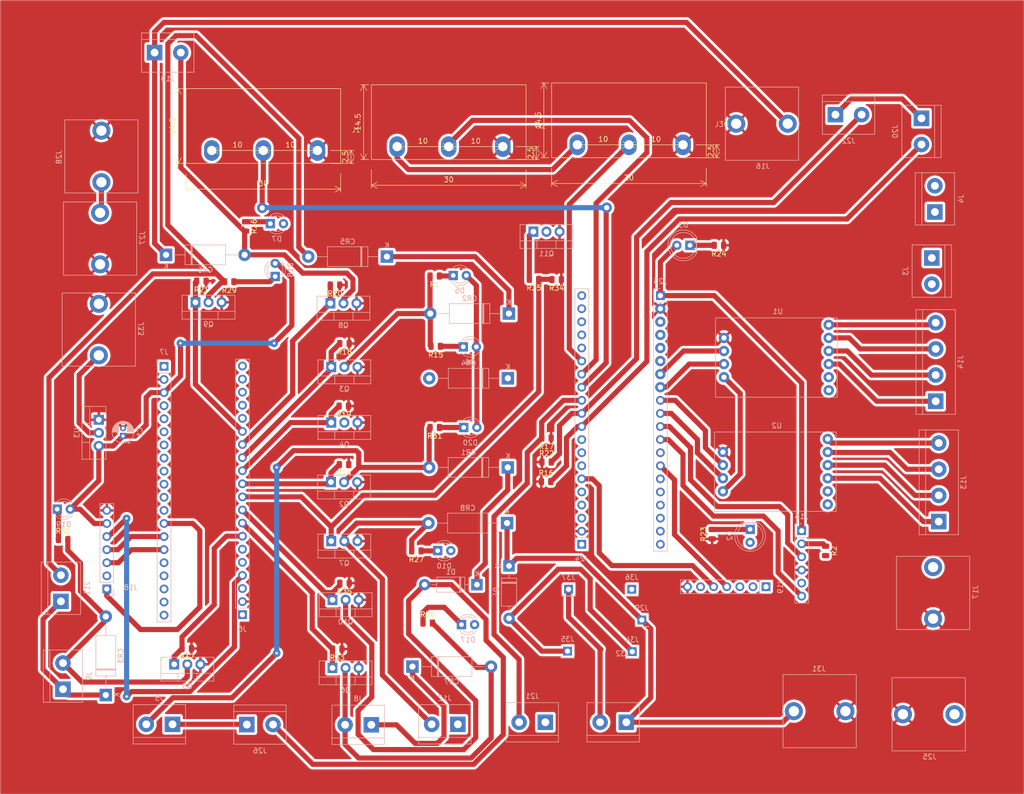
<source format=kicad_pcb>
(kicad_pcb (version 20241229) (generator "pcbnew") (generator_version "9.0")
  (layers (0 "F.Cu" signal) (2 "B.Cu" signal) (13 "F.Paste" user) (15 "B.Paste" user) (5 "F.SilkS" user "F.Silkscreen") (7 "B.SilkS" user "B.Silkscreen") (1 "F.Mask" user) (3 "B.Mask" user) (25 "Edge.Cuts" user))
  (net 0 "")
  (net 1 "GND")
  (net 2 "/VENT_PA1")
  (net 3 "/QUICK_DISCONNECT_PA4")
  (net 4 "+12V")
  (net 5 "/ARM")
  (net 8 "/IGNITE")
  (net 11 "+5V")
  (net 13 "+3V3")
  (net 14 "Net-(D2-K)")
  (net 18 "Net-(D3-K)")
  (net 24 "/SUPER_CHARGE")
  (net 27 "/PURGE_TANK")
  (net 28 "/QUICK_DISCONNECT")
  (net 29 "/PURGE_LINE")
  (net 30 "+12C")
  (net 31 "+12L")
  (net 32 "/FUEL_LINE")
  (net 33 "/INJECTION")
  (net 34 "/ARM_PA5")
  (net 35 "/PURGE_LINE_PA2")
  (net 36 "/SAVE_PB1")
  (net 37 "/VENT")
  (net 38 "/SUPER_CHARGE_PA3")
  (net 40 "/PURGE_TANK_PB0")
  (net 42 "/IGNITE_PA6")
  (net 43 "/INJECTION_PA7")
  (net 44 "/FUEL_LINE_A0")
  (net 45 "/AUX_PB10")
  (net 46 "/M1_PA12")
  (net 48 "/RX1_PA10")
  (net 50 "/TX1_PA9")
  (net 51 "/M0_PA11")
  (net 52 "Net-(J13-Pin_4)")
  (net 53 "Net-(J13-Pin_1)")
  (net 54 "Net-(J13-Pin_3)")
  (net 55 "Net-(J13-Pin_2)")
  (net 56 "Net-(J14-Pin_2)")
  (net 57 "Net-(J14-Pin_4)")
  (net 58 "Net-(J14-Pin_3)")
  (net 59 "Net-(J14-Pin_1)")
  (net 60 "Net-(D4-A)")
  (net 61 "Net-(D5-K)")
  (net 62 "Net-(D6-K)")
  (net 63 "Net-(D7-K)")
  (net 64 "Net-(D10-K)")
  (net 65 "Net-(D17-K)")
  (net 66 "/TX2_PA9")
  (net 67 "/M1_PB13")
  (net 68 "/M0_PB12")
  (net 69 "/RX2_PA10")
  (net 70 "/AUX_PB1")
  (net 71 "/THERMISTOR_CAMARA")
  (net 72 "+3.3V")
  (net 73 "/THERMISTOR_TANK")
  (net 74 "/THERMISTOR_LINE")
  (net 75 "Net-(D18-K)")
  (net 76 "/SCK1")
  (net 78 "Net-(D19-K)")
  (net 79 "/SCK2")
  (net 80 "/DT2")
  (net 81 "Net-(D20-K)")
  (net 83 "/DT1")
  (net 85 "/FLASH_MOSI")
  (net 86 "/FLASH_CS")
  (net 87 "/FLASH_SCK")
  (net 93 "/TRANSDUCER_LINE_PA2")
  (net 96 "/TRANSDUCER_TANK_PA1")
  (net 100 "/TRANSDUCER_CAMARA_PA0")
  (net 103 "/FLASH_MISO")
  (net 104 "Net-(J32-Pin_2)")
  (net 105 "Net-(J33-Pin_1)")
  (net 106 "Net-(U4-~{CS})")
  (net 112 "/RESET_PB3")
  (net 113 "Net-(Q11-G)")
  (footprint "Resistor_SMD:R_0805_2012Metric" (layer "F.Cu") (at 70.995 122.2)
    (property "Reference" "R30")
    (property "Value" "470")
  )
  (footprint "Resistor_SMD:R_0805_2012Metric" (layer "F.Cu") (at 94.9625 143.35 180)
    (property "Reference" "R32")
    (property "Value" "4K7")
  )
  (footprint "Resistor_SMD:R_0805_2012Metric" (layer "F.Cu") (at 97.8 72.05 180)
    (property "Reference" "R21")
    (property "Value" "4K7")
  )
  (footprint "Resistor_SMD:R_0805_2012Metric" (layer "F.Cu") (at 218.85 124.4 -90)
    (property "Reference" "R2")
    (property "Value" "10k")
  )
  (footprint "Resistor_SMD:R_0805_2012Metric" (layer "F.Cu") (at 143.25 84.7 180)
    (property "Reference" "R15")
    (property "Value" "470")
  )
  (footprint "Resistor_SMD:R_0805_2012Metric" (layer "F.Cu") (at 143.05 71.05 180)
    (property "Reference" "R1")
    (property "Value" "470")
  )
  (footprint "Resistor_SMD:R_0805_2012Metric" (layer "F.Cu") (at 162.3125 71.7 180)
    (property "Reference" "R25")
    (property "Value" "2k")
  )
  (footprint "Resistor_SMD:R_0805_2012Metric" (layer "F.Cu") (at 143.0625 100.45 180)
    (property "Reference" "R31")
    (property "Value" "470")
  )
  (footprint "Resistor_SMD:R_0805_2012Metric" (layer "F.Cu") (at 164.7125 102.5 180)
    (property "Reference" "R17")
    (property "Value" "270k")
  )
  (footprint "Resistor_SMD:R_0805_2012Metric" (layer "F.Cu") (at 125.4625 107.65 180)
    (property "Reference" "R14")
    (property "Value" "4K7")
  )
  (footprint "Resistor_SMD:R_0805_2012Metric" (layer "F.Cu") (at 164.75 107.15)
    (property "Reference" "R22")
    (property "Value" "390k")
  )
  (footprint "Resistor_SMD:R_0805_2012Metric" (layer "F.Cu") (at 139.5 124.4 180)
    (property "Reference" "R27")
    (property "Value" "470")
  )
  (footprint "Resistor_SMD:R_0805_2012Metric" (layer "F.Cu") (at 125.5625 130.65 180)
    (property "Reference" "R35")
    (property "Value" "4K7")
  )
  (footprint "Resistor_SMD:R_0805_2012Metric" (layer "F.Cu") (at 196.85 121.15 90)
    (property "Reference" "R23")
    (property "Value" "470")
  )
  (footprint "Resistor_SMD:R_0805_2012Metric" (layer "F.Cu") (at 106.3625 61.4375 -90)
    (property "Reference" "R26")
    (property "Value" "470")
  )
  (footprint "Resistor_SMD:R_0805_2012Metric" (layer "F.Cu") (at 124.15 143.45 180)
    (property "Reference" "R33")
    (property "Value" "4K7")
  )
  (footprint "Resistor_SMD:R_0805_2012Metric" (layer "F.Cu") (at 103.2 72.175 180)
    (property "Reference" "R29")
    (property "Value" "470")
  )
  (footprint "Resistor_SMD:R_0805_2012Metric" (layer "F.Cu") (at 166.7 71.75 180)
    (property "Reference" "R34")
    (property "Value" "4K7")
  )
  (footprint "Resistor_SMD:R_0805_2012Metric" (layer "F.Cu") (at 141.7 138.4)
    (property "Reference" "R28")
    (property "Value" "470")
  )
  (footprint "Resistor_SMD:R_0805_2012Metric" (layer "F.Cu") (at 125.4225 96.3 180)
    (property "Reference" "R19")
    (property "Value" "4K7")
  )
  (footprint "Resistor_SMD:R_0805_2012Metric" (layer "F.Cu") (at 198.1625 65.1 180)
    (property "Reference" "R24")
    (property "Value" "470")
  )
  (footprint "Library:KT100-3PIN" (layer "F.Cu") (at 176.7125 48.1)
    (property "Reference" "J30")
    (property "Value" "Screw_Terminal_01x03")
  )
  (footprint "Library:KT100-3PIN" (layer "F.Cu") (at 141.7625 48.45)
    (property "Reference" "J2")
    (property "Value" "Screw_Terminal_01x03")
  )
  (footprint "Library:KT100-3PIN" (layer "F.Cu") (at 105.8125 49.2)
    (property "Reference" "J1")
    (property "Value" "Screw_Terminal_01x03")
  )
  (footprint "Resistor_SMD:R_0805_2012Metric" (layer "F.Cu") (at 125.55 84.15 180)
    (property "Reference" "R18")
    (property "Value" "4K7")
  )
  (footprint "Resistor_SMD:R_0805_2012Metric" (layer "F.Cu") (at 123.7125 72.8 180)
    (property "Reference" "R20")
    (property "Value" "4K7")
  )
  (footprint "Resistor_SMD:R_0805_2012Metric" (layer "F.Cu") (at 164.65 110.95)
    (property "Reference" "R16")
    (property "Value" "5.6k")
  )
  (footprint "Package_TO_SOT_THT:TO-220-3_Vertical" (layer "B.Cu") (at 122.8125 76.35)
    (property "Reference" "Q8")
    (property "Value" "IRLZ34N")
  )
  (footprint "Diode_THT:D_DO-15_P15.24mm_Horizontal" (layer "B.Cu") (at 157.2125 108.2 180)
    (property "Reference" "CR1")
    (property "Value" "UF4007-E3/73")
  )
  (footprint "Diode_THT:D_DO-15_P15.24mm_Horizontal" (layer "B.Cu") (at 157.2325 90.9 180)
    (property "Reference" "CR4")
    (property "Value" "UF4007-E3/73")
  )
  (footprint "Diode_THT:D_DO-15_P15.24mm_Horizontal" (layer "B.Cu") (at 138.73 146.85)
    (property "Reference" "CR7")
    (property "Value" "UF4007-E3/73")
  )
  (footprint "Library:Screw Terminal 3D" (layer "B.Cu") (at 78.4125 42.85 -90)
    (property "Reference" "J28")
    (property "Value" "Screw_Terminal_01x02")
  )
  (footprint "Connector_PinSocket_2.54mm:PinSocket_1x07_P2.54mm_Vertical" (layer "B.Cu") (at 207.3025 131.35 90)
    (property "Reference" "J19")
    (property "Value" "LORA")
  )
  (footprint "TerminalBlock:TerminalBlock_bornier-2_P5.08mm" (layer "B.Cu") (at 70.5625 134.19 90)
    (property "Reference" "J11")
    (property "Value" "Screw_Terminal_01x02")
  )
  (footprint "Library:Screw Terminal 3D" (layer "B.Cu") (at 77.9125 86.45 90)
    (property "Reference" "J33")
    (property "Value" "Bateria Lipo")
  )
  (footprint "LED_THT:LED_D5.0mm" (layer "B.Cu") (at 204.2125 120.21 -90)
    (property "Reference" "D2")
    (property "Value" "LED")
  )
  (footprint "Package_TO_SOT_THT:TO-220-3_Vertical" (layer "B.Cu") (at 122.9825 122.5)
    (property "Reference" "Q7")
    (property "Value" "IRLZ34N")
  )
  (footprint "TerminalBlock:TerminalBlock_bornier-2_P5.08mm" (layer "B.Cu") (at 70.9625 151.24 90)
    (property "Reference" "J9")
    (property "Value" "Screw_Terminal_01x02")
  )
  (footprint "Diode_THT:D_DO-15_P15.24mm_Horizontal" (layer "B.Cu") (at 157.4325 78.35 180)
    (property "Reference" "CR2")
    (property "Value" "UF4007-E3/73")
  )
  (footprint "Diode_THT:D_DO-15_P15.24mm_Horizontal" (layer "B.Cu") (at 90.9425 66.95)
    (property "Reference" "CR6")
    (property "Value" "UF4007-E3/73")
  )
  (footprint "Package_TO_SOT_THT:TO-220-3_Vertical" (layer "B.Cu") (at 77.9125 98.95 -90)
    (property "Reference" "U3")
    (property "Value" "LM7905_TO220")
  )
  (footprint "Package_TO_SOT_THT:TO-220-3_Vertical" (layer "B.Cu") (at 122.9825 99.5)
    (property "Reference" "Q4")
    (property "Value" "IRLZ34N")
  )
  (footprint "TerminalBlock:TerminalBlock_bornier-2_P5.08mm" (layer "B.Cu") (at 239.45 67.56 -90)
    (property "Reference" "J3")
    (property "Value" "Screw_Terminal_01x02")
  )
  (footprint "Diode_THT:D_DO-15_P15.24mm_Horizontal" (layer "B.Cu") (at 79.2625 152.37 90)
    (property "Reference" "CR3")
    (property "Value" "UF4007-E3/73")
  )
  (footprint "Connector_PinSocket_2.54mm:PinSocket_1x20_P2.54mm_Vertical" (layer "B.Cu") (at 105.7625 136.78)
    (property "Reference" "J6")
    (property "Value" "Conn_01x20_Pin")
  )
  (footprint "Library:Screw Terminal 3D" (layer "B.Cu") (at 239.7 137.55 90)
    (property "Reference" "J17")
    (property "Value" "Bateria Lítio 2")
  )
  (footprint "LED_THT:LED_D3.0mm" (layer "B.Cu") (at 143.63 124.35)
    (property "Reference" "D10")
    (property "Value" "LED")
  )
  (footprint "TerminalBlock:TerminalBlock_bornier-2_P5.08mm" (layer "B.Cu") (at 180.2025 157.65 180)
    (property "Reference" "J32")
    (property "Value" "Buzzer")
  )
  (footprint "Library:Screw Terminal 3D" (layer "B.Cu") (at 222.7 155.5 180)
    (property "Reference" "J31")
    (property "Value" "Bateria Lítio 3")
  )
  (footprint "Package_TO_SOT_THT:TO-220-3_Vertical" (layer "B.Cu") (at 122.9825 88.7)
    (property "Reference" "Q3")
    (property "Value" "IRLZ34N")
  )
  (footprint "Library:Screw Terminal 3D" (layer "B.Cu") (at 233.85 156.1)
    (property "Reference" "J25")
    (property "Value" "Screw_Terminal_01x02")
  )
  (footprint "LED_THT:LED_D3.0mm" (layer "B.Cu") (at 148.6925 100.45)
    (property "Reference" "D20")
    (property "Value" "LED")
  )
  (footprint "Library:Screw Terminal 3D" (layer "B.Cu") (at 78.1625 68.8 90)
    (property "Reference" "J27")
    (property "Value" "Screw_Terminal_01x02")
  )
  (footprint "Diode_THT:D_DO-41_SOD81_P10.16mm_Horizontal" (layer "B.Cu") (at 157.4625 127.32 -90)
    (property "Reference" "D4")
    (property "Value" "1N4007")
  )
  (footprint "TerminalBlock:TerminalBlock_bornier-2_P5.08mm" (layer "B.Cu") (at 240.05 58.63 90)
    (property "Reference" "J4")
    (property "Value" "Screw_Terminal_01x02")
  )
  (footprint "Capacitor_THT:CP_Radial_D4.0mm_P1.50mm" (layer "B.Cu") (at 82.6125 102.1 90)
    (property "Reference" "C1")
    (property "Value" "1uF")
  )
  (footprint "TerminalBlock:TerminalBlock_bornier-4_P5.08mm" (layer "B.Cu") (at 240.8 118.71 90)
    (property "Reference" "J13")
    (property "Value" "Conn_01x04")
  )
  (footprint "LED_THT:LED_D3.0mm" (layer "B.Cu") (at 148.5925 84.8)
    (property "Reference" "D6")
    (property "Value" "LED")
  )
  (footprint "TerminalBlock:TerminalBlock_bornier-2_P5.08mm" (layer "B.Cu") (at 88.7325 27.7)
    (property "Reference" "J10")
    (property "Value" "Screw_Terminal_01x02")
  )
  (footprint "Library:hx711" (layer "B.Cu") (at 219.4625 80.53 180)
    (property "Reference" "U1")
    (property "Value" "~")
  )
  (footprint "TerminalBlock:TerminalBlock_bornier-2_P5.08mm" (layer "B.Cu") (at 220.76 39.75)
    (property "Reference" "J22")
    (property "Value" "Screw_Terminal_01x02")
  )
  (footprint "Connector_PinSocket_2.54mm:PinSocket_1x20_P2.54mm_Vertical" (layer "B.Cu") (at 171.5625 123.12)
    (property "Reference" "J24")
    (property "Value" "Conn_01x20_Pin")
  )
  (footprint "TerminalBlock:TerminalBlock_bornier-2_P5.08mm" (layer "B.Cu") (at 106.62 158.1)
    (property "Reference" "J26")
    (property "Value" "Screw_Terminal_01x02")
  )
  (footprint "Connector_PinHeader_2.54mm:PinHeader_1x01_P2.54mm_Vertical" (layer "B.Cu") (at 183.2125 137.8 180)
    (property "Reference" "J29")
    (property "Value" "A1")
  )
  (footprint "TerminalBlock:TerminalBlock_bornier-2_P5.08mm" (layer "B.Cu") (at 237.45 40.46 -90)
    (property "Reference" "J20")
    (property "Value" "Screw_Terminal_01x02")
  )
  (footprint "LED_THT:LED_D3.0mm" (layer "B.Cu") (at 146.6425 70.95)
    (property "Reference" "D5")
    (property "Value" "LED")
  )
  (footprint "Connector_PinHeader_2.54mm:PinHeader_1x01_P2.54mm_Vertical" (layer "B.Cu") (at 168.8125 143.85 180)
    (property "Reference" "J35")
    (property "Value" "11")
  )
  (footprint "Diode_THT:D_DO-15_P15.24mm_Horizontal" (layer "B.Cu") (at 133.7825 67.3 180)
    (property "Reference" "CR5")
    (property "Value" "UF4007-E3/73")
  )
  (footprint "Package_TO_SOT_THT:TO-220-3_Vertical" (layer "B.Cu") (at 92.5325 146.4)
    (property "Reference" "Q5")
    (property "Value" "IRLZ34N")
  )
  (footprint "LED_THT:LED_D3.0mm" (layer "B.Cu") (at 111.18 60.9)
    (property "Reference" "D7")
    (property "Value" "LED")
  )
  (footprint "TerminalBlock:TerminalBlock_bornier-2_P5.08mm" (layer "B.Cu") (at 164.5025 157.65 180)
    (property "Reference" "J21")
    (property "Value" "Screw_Terminal_01x02")
  )
  (footprint "Package_TO_SOT_THT:TO-220-3_Vertical" (layer "B.Cu") (at 122.9325 111.05)
    (property "Reference" "Q2")
    (property "Value" "IRLZ34N")
  )
  (footprint "Connector_PinHeader_2.54mm:PinHeader_1x01_P2.54mm_Vertical" (layer "B.Cu") (at 169.0125 131.85 180)
    (property "Reference" "J37")
    (property "Value" "14")
  )
  (footprint "LED_THT:LED_D3.0mm" (layer "B.Cu") (at 69.8425 116.3)
    (property "Reference" "D19")
    (property "Value" "LED")
  )
  (footprint "Diode_THT:D_DO-15_P15.24mm_Horizontal" (layer "B.Cu") (at 157.0825 119 180)
    (property "Reference" "CR8")
    (property "Value" "UF4007-E3/73")
  )
  (footprint "Connector_PinHeader_2.54mm:PinHeader_1x01_P2.54mm_Vertical" (layer "B.Cu") (at 181.3625 143.95 180)
    (property "Reference" "J34")
    (property "Value" "A2")
  )
  (footprint "Package_TO_SOT_THT:TO-220-3_Vertical" (layer "B.Cu") (at 123.2225 147.105)
    (property "Reference" "Q6")
    (property "Value" "IRLZ34N")
  )
  (footprint "Library:Screw Terminal 3D" (layer "B.Cu") (at 201.5125 41.5)
    (property "Reference" "J16")
    (property "Value" "Bateria Lítio 1")
  )
  (footprint "TerminalBlock:TerminalBlock_bornier-2_P5.08mm" (layer "B.Cu") (at 130.7525 158.15 180)
    (property "Reference" "J8")
    (property "Value" "Screw_Terminal_01x02")
  )
  (footprint "Connector_PinSocket_2.54mm:PinSocket_1x20_P2.54mm_Vertical" (layer "B.Cu") (at 90.5625 88.6 180)
    (property "Reference" "J7")
    (property "Value" "Conn_01x20_Pin")
  )
  (footprint "Connector_PinHeader_2.54mm:PinHeader_1x01_P2.54mm_Vertical" (layer "B.Cu") (at 181.2625 131.85 180)
    (property "Reference" "J36")
    (property "Value" "12")
  )
  (footprint "Library:hx711" (layer "B.Cu") (at 219.2625 102.68 180)
    (property "Reference" "U2")
    (property "Value" "~")
  )
  (footprint "LED_THT:LED_D3.0mm" (layer "B.Cu") (at 148.2425 138.7)
    (property "Reference" "D17")
    (property "Value" "LED")
  )
  (footprint "Diode_THT:D_DO-41_SOD81_P10.16mm_Horizontal" (layer "B.Cu") (at 151.2425 130.95 180)
    (property "Reference" "D1")
    (property "Value" "1N4007")
  )
  (footprint "TerminalBlock:TerminalBlock_bornier-2_P5.08mm" (layer "B.Cu") (at 147.54 158.05 180)
    (property "Reference" "J12")
    (property "Value" "Screw_Terminal_01x02")
  )
  (footprint "TerminalBlock:TerminalBlock_bornier-2_P5.08mm" (layer "B.Cu") (at 92.2025 158.05 180)
    (property "Reference" "J5")
    (property "Value" "Screw_Terminal_01x02")
  )
  (footprint "Connector_PinSocket_2.54mm:PinSocket_1x20_P2.54mm_Vertical" (layer "B.Cu") (at 186.8125 74.86 180)
    (property "Reference" "J23")
    (property "Value" "Conn_01x20_Pin")
  )
  (footprint "Package_TO_SOT_THT:TO-220-3_Vertical" (layer "B.Cu") (at 123.2325 133.9)
    (property "Reference" "Q10")
    (property "Value" "IRLZ34N")
  )
  (footprint "Package_TO_SOT_THT:TO-220-3_Vertical" (layer "B.Cu") (at 96.6475 76.155)
    (property "Reference" "Q9")
    (property "Value" "IRLZ34N")
  )
  (footprint "Connector_PinSocket_2.54mm:PinSocket_1x07_P2.54mm_Vertical" (layer "B.Cu") (at 79.4625 131.78)
    (property "Reference" "J18")
    (property "Value" "LORA")
  )
  (footprint "TerminalBlock:TerminalBlock_bornier-4_P5.08mm" (layer "B.Cu") (at 240.2 95.36 90)
    (property "Reference" "J14")
    (property "Value" "Conn_01x04")
  )
  (footprint "LED_THT:LED_D5.0mm" (layer "B.Cu") (at 192.55 65.1 180)
    (property "Reference" "D3")
    (property "Value" "LED")
  )
  (footprint "Connector_PinSocket_2.54mm:PinSocket_1x06_P2.54mm_Vertical" (layer "B.Cu") (at 214.2125 120.48 180)
    (property "Reference" "J15")
    (property "Value" "Flash Module Conn")
  )
  (footprint "Package_TO_SOT_THT:TO-220-3_Vertical" (layer "B.Cu") (at 162.1825 62.45)
    (property "Reference" "Q11")
    (property "Value" "IRLZ34N")
  )
  (footprint "LED_THT:LED_D3.0mm" (layer "B.Cu") (at 112.1125 71.14 90)
    (property "Reference" "D18")
    (property "Value" "LED")
  )
  (segment (start 122.8 72.8) (end 122.8 74.075) (width 1) (layer "F.Cu") (net 2))
  (segment (start 122.8125 76.35) (end 122.8125 74.0875) (width 1) (layer "F.Cu") (net 2))
  (segment (start 115.5 94.0225) (end 115.5 83.6625) (width 1) (layer "F.Cu") (net 2))
  (segment (start 122.8 74.075) (end 122.8125 74.0875) (width 1) (layer "F.Cu") (net 2))
  (segment (start 105.7625 103.76) (end 115.5 94.0225) (width 1) (layer "F.Cu") (net 2))
  (segment (start 115.5 83.6625) (end 122.8125 76.35) (width 1) (layer "F.Cu") (net 2))
  (segment (start 105.7625 111.38) (end 122.6025 111.38) (width 1) (layer "F.Cu") (net 3))
  (segment (start 122.9325 111.05) (end 122.9325 109.2675) (width 1) (layer "F.Cu") (net 3))
  (segment (start 122.9325 109.2675) (end 124.55 107.65) (width 1) (layer "F.Cu") (net 3))
  (segment (start 122.6025 111.38) (end 122.9325 111.05) (width 1) (layer "F.Cu") (net 3))
  (segment (start 135.7625 48.2125) (end 135.7625 45.95) (width 1) (layer "F.Cu") (net 4))
  (segment (start 184.95 139.5375) (end 184.95 152.9025) (width 1) (layer "F.Cu") (net 4))
  (segment (start 158.9325 125.85) (end 171.2625 125.85) (width 1) (layer "F.Cu") (net 4))
  (segment (start 170.7125 45.6) (end 165.9125 50.4) (width 1) (layer "F.Cu") (net 4))
  (segment (start 210.55 157.65) (end 212.7 155.5) (width 1) (layer "F.Cu") (net 4))
  (segment (start 157.0825 126.94) (end 157.4625 127.32) (width 1) (layer "F.Cu") (net 4))
  (segment (start 184.95 152.9025) (end 180.2025 157.65) (width 1) (layer "F.Cu") (net 4))
  (segment (start 180.2025 157.65) (end 210.55 157.65) (width 1) (layer "F.Cu") (net 4))
  (segment (start 78.4125 58.55) (end 78.1625 58.8) (width 1) (layer "F.Cu") (net 4))
  (segment (start 165.9125 50.4) (end 137.95 50.4) (width 1) (layer "F.Cu") (net 4))
  (segment (start 183.2125 137.8) (end 184.95 139.5375) (width 1) (layer "F.Cu") (net 4))
  (segment (start 157.4625 127.32) (end 158.9325 125.85) (width 1) (layer "F.Cu") (net 4))
  (segment (start 137.95 50.4) (end 135.7625 48.2125) (width 1) (layer "F.Cu") (net 4))
  (segment (start 78.4125 52.85) (end 78.4125 58.55) (width 1) (layer "F.Cu") (net 4))
  (segment (start 157.0825 119) (end 157.0825 126.94) (width 1) (layer "F.Cu") (net 4))
  (segment (start 171.2625 125.85) (end 183.2125 137.8) (width 1) (layer "F.Cu") (net 4))
  (segment (start 142.46 158.05) (end 132.9 148.49) (width 1) (layer "F.Cu") (net 5))
  (segment (start 138.5875 122.255) (end 141.8425 119) (width 1) (layer "F.Cu") (net 5))
  (segment (start 138.5875 124.4) (end 138.5875 122.255) (width 1) (layer "F.Cu") (net 5))
  (segment (start 127.95 119) (end 125.5225 121.4275) (width 1) (layer "F.Cu") (net 5))
  (segment (start 132.9 148.49) (end 132.9 129.8775) (width 1) (layer "F.Cu") (net 5))
  (segment (start 141.8425 119) (end 127.95 119) (width 1) (layer "F.Cu") (net 5))
  (segment (start 132.9 129.8775) (end 125.5225 122.5) (width 1) (layer "F.Cu") (net 5))
  (segment (start 125.5225 121.4275) (end 125.5225 122.5) (width 1) (layer "F.Cu") (net 5))
  (segment (start 125.7725 137.4225) (end 130.85 142.5) (width 1) (layer "F.Cu") (net 8))
  (segment (start 125.7725 133.9) (end 125.7725 137.4225) (width 1) (layer "F.Cu") (net 8))
  (segment (start 130.85 142.5) (end 130.85 152.75) (width 1) (layer "F.Cu") (net 8))
  (segment (start 128.2 155.4) (end 128.2 159.9995) (width 1) (layer "F.Cu") (net 8))
  (segment (start 146.25 130.95) (end 141.0825 130.95) (width 1) (layer "F.Cu") (net 8))
  (segment (start 138 140.5) (end 138 134.0325) (width 1) (layer "F.Cu") (net 8))
  (segment (start 128.2 159.9995) (end 131.151499 162.950999) (width 1) (layer "F.Cu") (net 8))
  (segment (start 153 137.7) (end 146.25 130.95) (width 1) (layer "F.Cu") (net 8))
  (segment (start 156.35 145.07908) (end 153 141.72908) (width 1) (layer "F.Cu") (net 8))
  (segment (start 151 153.5) (end 138 140.5) (width 1) (layer "F.Cu") (net 8))
  (segment (start 130.85 152.75) (end 128.2 155.4) (width 1) (layer "F.Cu") (net 8))
  (segment (start 153 141.72908) (end 153 137.7) (width 1) (layer "F.Cu") (net 8))
  (segment (start 111.7 158.1) (end 119.400999 165.800999) (width 1) (layer "F.Cu") (net 8))
  (segment (start 150.597471 165.800999) (end 156.35 160.04847) (width 1) (layer "F.Cu") (net 8))
  (segment (start 119.400999 165.800999) (end 150.597471 165.800999) (width 1) (layer "F.Cu") (net 8))
  (segment (start 156.35 160.04847) (end 156.35 145.07908) (width 1) (layer "F.Cu") (net 8))
  (segment (start 148.699001 162.950999) (end 151 160.65) (width 1) (layer "F.Cu") (net 8))
  (segment (start 131.151499 162.950999) (end 148.699001 162.950999) (width 1) (layer "F.Cu") (net 8))
  (segment (start 138 134.0325) (end 141.0825 130.95) (width 1) (layer "F.Cu") (net 8))
  (segment (start 151 160.65) (end 151 153.5) (width 1) (layer "F.Cu") (net 8))
  (segment (start 80.6825 104.03) (end 82.6125 102.1) (width 1) (layer "F.Cu") (net 11))
  (segment (start 93.75 90.4925) (end 93.75 84.1) (width 1) (layer "F.Cu") (net 11))
  (segment (start 111.9 84.1) (end 115.35 80.65) (width 1) (layer "F.Cu") (net 11))
  (segment (start 151.2325 100.45) (end 151.2325 84.9) (width 1) (layer "F.Cu") (net 11))
  (segment (start 74.25 116.3) (end 77.03 119.08) (width 1) (layer "F.Cu") (net 11))
  (segment (start 87.1 94.6) (end 88.02 93.68) (width 1) (layer "F.Cu") (net 11))
  (segment (start 77.03 119.08) (end 79.4625 119.08) (width 1) (layer "F.Cu") (net 11))
  (segment (start 115.35 71.45) (end 112.5 68.6) (width 1) (layer "F.Cu") (net 11))
  (segment (start 82.6125 102.1) (end 84.95 102.1) (width 1) (layer "F.Cu") (net 11))
  (segment (start 88.02 93.68) (end 90.5625 93.68) (width 1) (layer "F.Cu") (net 11))
  (segment (start 87.1 99.95) (end 87.1 94.6) (width 1) (layer "F.Cu") (net 11))
  (segment (start 77.9125 110.77) (end 72.3825 116.3) (width 1) (layer "F.Cu") (net 11))
  (segment (start 151.2325 84.9) (end 151.1325 84.8) (width 1) (layer "F.Cu") (net 11))
  (segment (start 90.5625 93.68) (end 93.75 90.4925) (width 1) (layer "F.Cu") (net 11))
  (segment (start 72.3825 116.3) (end 74.25 116.3) (width 1) (layer "F.Cu") (net 11))
  (segment (start 112.5 68.6) (end 112.1125 68.6) (width 1) (layer "F.Cu") (net 11))
  (segment (start 77.9125 104.03) (end 77.9125 110.77) (width 1) (layer "F.Cu") (net 11))
  (segment (start 151.1325 72.9) (end 151.1325 84.8) (width 1) (layer "F.Cu") (net 11))
  (segment (start 84.95 102.1) (end 87.1 99.95) (width 1) (layer "F.Cu") (net 11))
  (segment (start 77.9125 104.03) (end 80.6825 104.03) (width 1) (layer "F.Cu") (net 11))
  (segment (start 115.35 80.65) (end 115.35 71.45) (width 1) (layer "F.Cu") (net 11))
  (segment (start 149.1825 70.95) (end 151.1325 72.9) (width 1) (layer "F.Cu") (net 11))
  (via (at 111.9 84.1) (size 1.5) (drill 0.5) (layers "F.Cu" "B.Cu") (net 11))
  (via (at 93.75 84.1) (size 1.5) (drill 0.5) (layers "F.Cu" "B.Cu") (net 11))
  (segment (start 93.75 84.1) (end 111.9 84.1) (width 1) (layer "B.Cu") (net 11))
  (segment (start 187.0025 74.67) (end 186.8125 74.86) (width 1) (layer "F.Cu") (net 13))
  (segment (start 197.26 74.86) (end 186.8125 74.86) (width 1) (layer "F.Cu") (net 13))
  (segment (start 186.8125 74.86) (end 186.8125 68.2975) (width 1) (layer "F.Cu") (net 13))
  (segment (start 186.8125 68.2975) (end 190.01 65.1) (width 1) (layer "F.Cu") (net 13))
  (segment (start 214.2125 120.48) (end 214.2125 91.8125) (width 1) (layer "F.Cu") (net 13))
  (segment (start 214.2125 91.8125) (end 197.26 74.86) (width 1) (layer "F.Cu") (net 13))
  (segment (start 204.185 120.2375) (end 204.2125 120.21) (width 1) (layer "F.Cu") (net 14))
  (segment (start 196.85 120.2375) (end 204.185 120.2375) (width 1) (layer "F.Cu") (net 14))
  (segment (start 197.25 65.1) (end 192.55 65.1) (width 1) (layer "F.Cu") (net 18))
  (segment (start 71.9075 124.3075) (end 71.9075 122.2) (width 1) (layer "F.Cu") (net 27))
  (segment (start 95.0725 148.8275) (end 94.05 149.85) (width 1) (layer "F.Cu") (net 27))
  (segment (start 74.6525 149.85) (end 70.9625 146.16) (width 1) (layer "F.Cu") (net 27))
  (segment (start 94.05 149.85) (end 74.6525 149.85) (width 1) (layer "F.Cu") (net 27))
  (segment (start 95.0725 146.4) (end 95.0725 148.8275) (width 1) (layer "F.Cu") (net 27))
  (segment (start 79.2625 137.13) (end 74.35 132.2175) (width 1) (layer "F.Cu") (net 27))
  (segment (start 74.35 132.2175) (end 74.35 126.75) (width 1) (layer "F.Cu") (net 27))
  (segment (start 74.35 126.75) (end 71.9075 124.3075) (width 1) (layer "F.Cu") (net 27))
  (segment (start 70.9625 146.16) (end 79.2625 137.86) (width 1) (layer "F.Cu") (net 27))
  (segment (start 79.2625 137.86) (end 79.2625 137.13) (width 1) (layer "F.Cu") (net 27))
  (segment (start 125.4725 111.05) (end 128.3225 108.2) (width 1) (layer "F.Cu") (net 28))
  (segment (start 115.65 104.95) (end 127.85 104.95) (width 1) (layer "F.Cu") (net 28))
  (segment (start 103.75 152.9) (end 112.4 144.25) (width 1) (layer "F.Cu") (net 28))
  (segment (start 87.1225 158.05) (end 92.2725 152.9) (width 1) (layer "F.Cu") (net 28))
  (segment (start 128.3225 105.4225) (end 128.3225 108.2) (width 1) (layer "F.Cu") (net 28))
  (segment (start 128.3225 108.2) (end 141.9725 108.2) (width 1) (layer "F.Cu") (net 28))
  (segment (start 127.85 104.95) (end 128.3225 105.4225) (width 1) (layer "F.Cu") (net 28))
  (segment (start 141.9725 108.2) (end 141.9725 100.6275) (width 1) (layer "F.Cu") (net 28))
  (segment (start 92.2725 152.9) (end 103.75 152.9) (width 1) (layer "F.Cu") (net 28))
  (segment (start 141.9725 100.6275) (end 142.15 100.45) (width 1) (layer "F.Cu") (net 28))
  (segment (start 112.4 108.2) (end 115.65 104.95) (width 1) (layer "F.Cu") (net 28))
  (via (at 112.4 144.25) (size 1.5) (drill 0.5) (layers "F.Cu" "B.Cu") (net 28))
  (via (at 112.4 108.2) (size 1.5) (drill 0.5) (layers "F.Cu" "B.Cu") (net 28))
  (segment (start 112.4 108.2) (end 112.45 108.15) (width 1) (layer "B.Cu") (net 28))
  (segment (start 112.4 144.25) (end 112.4 108.2) (width 1) (layer "B.Cu") (net 28))
  (segment (start 125.5225 88.7) (end 135.8725 78.35) (width 1) (layer "F.Cu") (net 29))
  (segment (start 142.1925 84.555) (end 142.3375 84.7) (width 1) (layer "F.Cu") (net 29))
  (segment (start 142.1375 78.295) (end 142.1925 78.35) (width 1) (layer "F.Cu") (net 29))
  (segment (start 142.1925 78.35) (end 142.1925 84.555) (width 1) (layer "F.Cu") (net 29))
  (segment (start 142.1375 71.05) (end 142.1375 78.295) (width 1) (layer "F.Cu") (net 29))
  (segment (start 135.8725 78.35) (end 142.1925 78.35) (width 1) (layer "F.Cu") (net 29))
  (segment (start 88.7325 64.74) (end 90.9425 66.95) (width 1) (layer "F.Cu") (net 30))
  (segment (start 88.7325 23.6675) (end 88.7325 27.7) (width 1) (layer "F.Cu") (net 30))
  (segment (start 152.85 126.85) (end 151.2425 128.4575) (width 1) (layer "F.Cu") (net 30))
  (segment (start 88.7325 27.7) (end 88.7325 64.74) (width 1) (layer "F.Cu") (net 30))
  (segment (start 211.5125 41.5) (end 191.8625 21.85) (width 1) (layer "F.Cu") (net 30))
  (segment (start 151.2425 128.4575) (end 151.2425 130.95) (width 1) (layer "F.Cu") (net 30))
  (segment (start 157.2125 112.5875) (end 152.85 116.95) (width 1) (layer "F.Cu") (net 30))
  (segment (start 152.85 116.95) (end 152.85 126.85) (width 1) (layer "F.Cu") (net 30))
  (segment (start 106.57 158.05) (end 106.62 158.1) (width 1) (layer "F.Cu") (net 30))
  (segment (start 90.55 21.85) (end 88.7325 23.6675) (width 1) (layer "F.Cu") (net 30))
  (segment (start 157.2125 108.2) (end 157.2125 112.5875) (width 1) (layer "F.Cu") (net 30))
  (segment (start 191.8625 21.85) (end 90.55 21.85) (width 1) (layer "F.Cu") (net 30))
  (segment (start 92.2025 158.05) (end 106.57 158.05) (width 1) (layer "F.Cu") (net 30))
  (segment (start 139.25 161.75) (end 143.55 161.75) (width 1) (layer "F.Cu") (net 31))
  (segment (start 135.65 158.15) (end 139.25 161.75) (width 1) (layer "F.Cu") (net 31))
  (segment (start 70.5625 134.19) (end 67.1 137.6525) (width 1) (layer "F.Cu") (net 31))
  (segment (start 133.7825 67.3) (end 150.85 67.3) (width 1) (layer "F.Cu") (net 31))
  (segment (start 150.85 67.3) (end 157.4325 73.8825) (width 1) (layer "F.Cu") (net 31))
  (segment (start 138.73 148.43) (end 138.73 146.85) (width 1) (layer "F.Cu") (net 31))
  (segment (start 72.0925 152.37) (end 70.9625 151.24) (width 1) (layer "F.Cu") (net 31))
  (segment (start 130.7525 158.15) (end 135.65 158.15) (width 1) (layer "F.Cu") (net 31))
  (segment (start 79.2625 152.37) (end 72.0925 152.37) (width 1) (layer "F.Cu") (net 31))
  (segment (start 144.85 154.55) (end 138.73 148.43) (width 1) (layer "F.Cu") (net 31))
  (segment (start 143.55 161.75) (end 144.85 160.45) (width 1) (layer "F.Cu") (net 31))
  (segment (start 157.4325 73.8825) (end 157.4325 78.35) (width 1) (layer "F.Cu") (net 31))
  (segment (start 67.1 147.3775) (end 70.9625 151.24) (width 1) (layer "F.Cu") (net 31))
  (segment (start 67.1 137.6525) (end 67.1 147.3775) (width 1) (layer "F.Cu") (net 31))
  (segment (start 144.85 160.45) (end 144.85 154.55) (width 1) (layer "F.Cu") (net 31))
  (segment (start 91.3 26) (end 91.3 61.1875) (width 1) (layer "F.Cu") (net 32))
  (segment (start 92.9 24.4) (end 91.3 26) (width 1) (layer "F.Cu") (net 32))
  (segment (start 116.7 65.4575) (end 116.7 44.35) (width 1) (layer "F.Cu") (net 32))
  (segment (start 91.3 61.1875) (end 102.2875 72.175) (width 1) (layer "F.Cu") (net 32))
  (segment (start 118.5425 67.3) (end 116.7 65.4575) (width 1) (layer "F.Cu") (net 32))
  (segment (start 70.5625 129.11) (end 68.2415 126.789) (width 1) (layer "F.Cu") (net 32))
  (segment (start 68.2415 126.789) (end 68.2415 90.8085) (width 1) (layer "F.Cu") (net 32))
  (segment (start 99.1875 74.8125) (end 99.1875 76.155) (width 1) (layer "F.Cu") (net 32))
  (segment (start 68.2415 90.8085) (end 88.401 70.649) (width 1) (layer "F.Cu") (net 32))
  (segment (start 88.401 70.649) (end 100.7615 70.649) (width 1) (layer "F.Cu") (net 32))
  (segment (start 116.7 44.35) (end 96.75 24.4) (width 1) (layer "F.Cu") (net 32))
  (segment (start 101.825 72.175) (end 99.1875 74.8125) (width 1) (layer "F.Cu") (net 32))
  (segment (start 102.2875 72.175) (end 101.825 72.175) (width 1) (layer "F.Cu") (net 32))
  (segment (start 100.7615 70.649) (end 102.2875 72.175) (width 1) (layer "F.Cu") (net 32))
  (segment (start 96.75 24.4) (end 92.9 24.4) (width 1) (layer "F.Cu") (net 32))
  (segment (start 128.3 164.6) (end 150.1 164.6) (width 1) (layer "F.Cu") (net 33))
  (segment (start 125.6725 147.195) (end 125.7625 147.105) (width 1) (layer "F.Cu") (net 33))
  (segment (start 125.6725 158.15) (end 125.6725 147.195) (width 1) (layer "F.Cu") (net 33))
  (segment (start 150.1 164.6) (end 154 160.7) (width 1) (layer "F.Cu") (net 33))
  (segment (start 154 160.7) (end 154 147) (width 1) (layer "F.Cu") (net 33))
  (segment (start 154 147) (end 151.2125 147) (width 1) (layer "F.Cu") (net 33))
  (segment (start 125.6725 161.9725) (end 128.3 164.6) (width 1) (layer "F.Cu") (net 33))
  (segment (start 125.6725 158.15) (end 125.6725 161.9725) (width 1) (layer "F.Cu") (net 33))
  (segment (start 151.2125 147) (end 142.6125 138.4) (width 1) (layer "F.Cu") (net 33))
  (segment (start 165.7375 71.7) (end 165.7875 71.75) (width 1) (layer "F.Cu") (net 34))
  (segment (start 117.13 113.92) (end 117.15 113.9) (width 1) (layer "F.Cu") (net 34))
  (segment (start 117.15 113.9) (end 122.9825 119.7325) (width 1) (layer "F.Cu") (net 34))
  (segment (start 105.7625 113.92) (end 117.13 113.92) (width 1) (layer "F.Cu") (net 34))
  (segment (start 122.9825 119.7325) (end 122.9825 122.5) (width 1) (layer "F.Cu") (net 34))
  (segment (start 163.225 71.7) (end 165.7375 71.7) (width 1) (layer "F.Cu") (net 34))
  (segment (start 163.225 71.7) (end 163.225 93.525) (width 1) (layer "F.Cu") (net 34))
  (segment (start 129.115 113.6) (end 122.9825 119.7325) (width 1) (layer "F.Cu") (net 34))
  (segment (start 163.225 93.525) (end 143.15 113.6) (width 1) (layer "F.Cu") (net 34))
  (segment (start 143.15 113.6) (end 129.115 113.6) (width 1) (layer "F.Cu") (net 34))
  (segment (start 122.9825 88.7) (end 122.9825 85.805) (width 1) (layer "F.Cu") (net 35))
  (segment (start 122.9825 89.08) (end 122.9825 88.7) (width 1) (layer "F.Cu") (net 35))
  (segment (start 105.7625 106.3) (end 122.9825 89.08) (width 1) (layer "F.Cu") (net 35))
  (segment (start 122.9825 85.805) (end 124.6375 84.15) (width 1) (layer "F.Cu") (net 35))
  (segment (start 126 70.5) (end 117.45 70.5) (width 1) (layer "F.Cu") (net 37))
  (segment (start 117.45 70.5) (end 113.9 66.95) (width 1) (layer "F.Cu") (net 37))
  (segment (start 106.123156 62.35) (end 93.8125 50.039344) (width 1) (layer "F.Cu") (net 37))
  (segment (start 125.3525 75.5475) (end 127.2 73.7) (width 1) (layer "F.Cu") (net 37))
  (segment (start 127.2 73.7) (end 127.2 71.7) (width 1) (layer "F.Cu") (net 37))
  (segment (start 113.9 66.95) (end 106.1825 66.95) (width 1) (layer "F.Cu") (net 37))
  (segment (start 127.2 71.7) (end 126 70.5) (width 1) (layer "F.Cu") (net 37))
  (segment (start 106.1825 62.53) (end 106.3625 62.35) (width 1) (layer "F.Cu") (net 37))
  (segment (start 125.3525 76.35) (end 125.3525 75.5475) (width 1) (layer "F.Cu") (net 37))
  (segment (start 106.1825 66.95) (end 106.1825 62.53) (width 1) (layer "F.Cu") (net 37))
  (segment (start 106.3625 62.35) (end 106.123156 62.35) (width 1) (layer "F.Cu") (net 37))
  (segment (start 93.8125 50.039344) (end 93.8125 27.7) (width 1) (layer "F.Cu") (net 37))
  (segment (start 105.7625 108.84) (end 115.1025 99.5) (width 1) (layer "F.Cu") (net 38))
  (segment (start 122.9825 99.5) (end 122.9825 97.8275) (width 1) (layer "F.Cu") (net 38))
  (segment (start 122.9825 97.8275) (end 124.51 96.3) (width 1) (layer "F.Cu") (net 38))
  (segment (start 115.1025 99.5) (end 122.9825 99.5) (width 1) (layer "F.Cu") (net 38))
  (segment (start 92.5325 146.4) (end 92.5325 144.8675) (width 1) (layer "F.Cu") (net 40))
  (segment (start 102.66 121.54) (end 105.7625 121.54) (width 1) (layer "F.Cu") (net 40))
  (segment (start 92.5325 144.8675) (end 94.05 143.35) (width 1) (layer "F.Cu") (net 40))
  (segment (start 100.3 134.85) (end 100.3 123.9) (width 1) (layer "F.Cu") (net 40))
  (segment (start 100.3 123.9) (end 102.66 121.54) (width 1) (layer "F.Cu") (net 40))
  (segment (start 94.05 141.1) (end 100.3 134.85) (width 1) (layer "F.Cu") (net 40))
  (segment (start 94.05 143.35) (end 94.05 141.1) (width 1) (layer "F.Cu") (net 40))
  (segment (start 123.25 132.4825) (end 123.25 133.8825) (width 1) (layer "F.Cu") (net 42))
  (segment (start 105.7625 116.46) (end 121.72625 132.42375) (width 1) (layer "F.Cu") (net 42))
  (segment (start 123.25 132.4825) (end 121.785 132.4825) (width 1) (layer "F.Cu") (net 42))
  (segment (start 123.25 133.8825) (end 123.2325 133.9) (width 1) (layer "F.Cu") (net 42))
  (segment (start 124.65 130.65) (end 124.65 131.0825) (width 1) (layer "F.Cu") (net 42))
  (segment (start 121.72625 132.42375) (end 123.2025 133.9) (width 1) (layer "F.Cu") (net 42))
  (segment (start 123.2025 133.9) (end 123.2325 133.9) (width 1) (layer "F.Cu") (net 42))
  (segment (start 121.785 132.4825) (end 121.72625 132.42375) (width 1) (layer "F.Cu") (net 42))
  (segment (start 124.65 131.0825) (end 123.25 132.4825) (width 1) (layer "F.Cu") (net 42))
  (segment (start 123.2225 143.465) (end 123.2375 143.45) (width 1) (layer "F.Cu") (net 43))
  (segment (start 123.2225 147.105) (end 123.2225 143.465) (width 1) (layer "F.Cu") (net 43))
  (segment (start 123.2375 143.45) (end 119.3 139.5125) (width 1) (layer "F.Cu") (net 43))
  (segment (start 119.3 139.5125) (end 119.3 132.5375) (width 1) (layer "F.Cu") (net 43))
  (segment (start 119.3 132.5375) (end 105.7625 119) (width 1) (layer "F.Cu") (net 43))
  (segment (start 96.6475 76.155) (end 96.6475 92.105) (width 1) (layer "F.Cu") (net 44))
  (segment (start 96.6475 72.29) (end 96.8875 72.05) (width 1) (layer "F.Cu") (net 44))
  (segment (start 96.6475 76.155) (end 96.6475 72.29) (width 1) (layer "F.Cu") (net 44))
  (segment (start 96.6475 92.105) (end 105.7625 101.22) (width 1) (layer "F.Cu") (net 44))
  (segment (start 95.551 151.699) (end 84.251 151.699) (width 1) (layer "F.Cu") (net 45))
  (segment (start 84.251 151.699) (end 83.3 152.65) (width 1) (layer "F.Cu") (net 45))
  (segment (start 104.2115 130.711) (end 104.2115 143.0385) (width 1) (layer "F.Cu") (net 45))
  (segment (start 105.7625 129.16) (end 104.2115 130.711) (width 1) (layer "F.Cu") (net 45))
  (segment (start 79.78 121.62) (end 83.3 118.1) (width 1) (layer "F.Cu") (net 45))
  (segment (start 104.2115 143.0385) (end 95.551 151.699) (width 1) (layer "F.Cu") (net 45))
  (segment (start 79.4625 121.62) (end 79.78 121.62) (width 1) (layer "F.Cu") (net 45))
  (via (at 83.3 152.65) (size 1.5) (drill 0.5) (layers "F.Cu" "B.Cu") (net 45))
  (via (at 83.3 118.1) (size 1.5) (drill 0.5) (layers "F.Cu" "B.Cu") (net 45))
  (segment (start 83.3 152.65) (end 83.3 118.1) (width 1) (layer "B.Cu") (net 45))
  (segment (start 81.59 124.16) (end 84.13 121.62) (width 1) (layer "F.Cu") (net 48))
  (segment (start 84.13 121.62) (end 90.5625 121.62) (width 1) (layer "F.Cu") (net 48))
  (segment (start 79.4625 124.16) (end 81.59 124.16) (width 1) (layer "F.Cu") (net 48))
  (segment (start 81.7 126.7) (end 84.24 124.16) (width 1) (layer "F.Cu") (net 50))
  (segment (start 84.24 124.16) (end 90.5625 124.16) (width 1) (layer "F.Cu") (net 50))
  (segment (start 79.4625 126.7) (end 81.7 126.7) (width 1) (layer "F.Cu") (net 50))
  (segment (start 97.5 120.45) (end 96.13 119.08) (width 1) (layer "F.Cu") (net 51))
  (segment (start 93.15 139.65) (end 97.5 135.3) (width 1) (layer "F.Cu") (net 51))
  (segment (start 79.4625 131.78) (end 79.4625 133.1125) (width 1) (layer "F.Cu") (net 51))
  (segment (start 79.4625 133.1125) (end 86 139.65) (width 1) (layer "F.Cu") (net 51))
  (segment (start 86 139.65) (end 93.15 139.65) (width 1) (layer "F.Cu") (net 51))
  (segment (start 97.5 135.3) (end 97.5 120.45) (width 1) (layer "F.Cu") (net 51))
  (segment (start 96.13 119.08) (end 90.5625 119.08) (width 1) (layer "F.Cu") (net 51))
  (segment (start 240.8 103.47) (end 220.0525 103.47) (width 1) (layer "F.Cu") (net 52))
  (segment (start 220.0525 103.47) (end 219.2625 102.68) (width 1) (layer "F.Cu") (net 52))
  (segment (start 229.4 110.3) (end 237.81 118.71) (width 1) (layer "F.Cu") (net 53))
  (segment (start 219.2625 110.3) (end 229.4 110.3) (width 1) (layer "F.Cu") (net 53))
  (segment (start 237.81 118.71) (end 240.8 118.71) (width 1) (layer "F.Cu") (net 53))
  (segment (start 234.6 108.55) (end 240.8 108.55) (width 1) (layer "F.Cu") (net 54))
  (segment (start 219.2625 105.22) (end 219.3425 105.3) (width 1) (layer "F.Cu") (net 54))
  (segment (start 219.3425 105.3) (end 231.35 105.3) (width 1) (layer "F.Cu") (net 54))
  (segment (start 231.35 105.3) (end 234.6 108.55) (width 1) (layer "F.Cu") (net 54))
  (segment (start 230.31 107.76) (end 236.18 113.63) (width 1) (layer "F.Cu") (net 55))
  (segment (start 236.18 113.63) (end 240.8 113.63) (width 1) (layer "F.Cu") (net 55))
  (segment (start 219.2625 107.76) (end 230.31 107.76) (width 1) (layer "F.Cu") (net 55))
  (segment (start 219.4625 85.61) (end 223.06 85.61) (width 1) (layer "F.Cu") (net 56))
  (segment (start 227.73 90.28) (end 240.2 90.28) (width 1) (layer "F.Cu") (net 56))
  (segment (start 223.06 85.61) (end 227.73 90.28) (width 1) (layer "F.Cu") (net 56))
  (segment (start 219.4625 80.53) (end 239.79 80.53) (width 1) (layer "F.Cu") (net 57))
  (segment (start 239.79 80.53) (end 240.2 80.12) (width 1) (layer "F.Cu") (net 57))
  (segment (start 225.55 85.2) (end 240.2 85.2) (width 1) (layer "F.Cu") (net 58))
  (segment (start 219.4625 83.07) (end 223.42 83.07) (width 1) (layer "F.Cu") (net 58))
  (segment (start 223.42 83.07) (end 225.55 85.2) (width 1) (layer "F.Cu") (net 58))
  (segment (start 228.76 95.36) (end 240.2 95.36) (width 1) (layer "F.Cu") (net 59))
  (segment (start 219.4625 88.15) (end 221.55 88.15) (width 1) (layer "F.Cu") (net 59))
  (segment (start 221.55 88.15) (end 228.76 95.36) (width 1) (layer "F.Cu") (net 59))
  (segment (start 163.8325 143.85) (end 168.8125 143.85) (width 1) (layer "F.Cu") (net 60))
  (segment (start 173.2 129.8) (end 171.35 127.95) (width 1) (layer "F.Cu") (net 60))
  (segment (start 171.35 127.95) (end 166.9925 127.95) (width 1) (layer "F.Cu") (net 60))
  (segment (start 166.9925 127.95) (end 157.4625 137.48) (width 1) (layer "F.Cu") (net 60))
  (segment (start 173.2 135.7875) (end 173.2 129.8) (width 1) (layer "F.Cu") (net 60))
  (segment (start 157.4625 137.48) (end 163.8325 143.85) (width 1) (layer "F.Cu") (net 60))
  (segment (start 181.3625 143.95) (end 173.2 135.7875) (width 1) (layer "F.Cu") (net 60))
  (segment (start 143.9625 71.05) (end 146.5425 71.05) (width 1) (layer "F.Cu") (net 61))
  (segment (start 146.5425 71.05) (end 146.6425 70.95) (width 1) (layer "F.Cu") (net 61))
  (segment (start 144.1625 84.7) (end 148.4925 84.7) (width 1) (layer "F.Cu") (net 62))
  (segment (start 148.4925 84.7) (end 148.5925 84.8) (width 1) (layer "F.Cu") (net 62))
  (segment (start 110.805 60.525) (end 111.18 60.9) (width 1) (layer "F.Cu") (net 63))
  (segment (start 106.3625 60.525) (end 110.805 60.525) (width 1) (layer "F.Cu") (net 63))
  (segment (start 143.58 124.4) (end 143.63 124.35) (width 1) (layer "F.Cu") (net 64))
  (segment (start 140.4125 124.4) (end 143.58 124.4) (width 1) (layer "F.Cu") (net 64))
  (segment (start 144.9 135.35) (end 148.2425 138.6925) (width 1) (layer "F.Cu") (net 65))
  (segment (start 140.7875 136.3125) (end 141.75 135.35) (width 1) (layer "F.Cu") (net 65))
  (segment (start 148.2425 138.6925) (end 148.2425 138.7) (width 1) (layer "F.Cu") (net 65))
  (segment (start 141.75 135.35) (end 144.9 135.35) (width 1) (layer "F.Cu") (net 65))
  (segment (start 140.7875 138.4) (end 140.7875 136.3125) (width 1) (layer "F.Cu") (net 65))
  (segment (start 189.55 110.6175) (end 189.55 121.2175) (width 1) (layer "F.Cu") (net 69))
  (segment (start 186.8125 107.88) (end 189.55 110.6175) (width 1) (layer "F.Cu") (net 69))
  (segment (start 189.55 121.2175) (end 199.6825 131.35) (width 1) (layer "F.Cu") (net 69))
  (segment (start 171.5625 110.42) (end 173.62 110.42) (width 1) (layer "F.Cu") (net 70))
  (segment (start 193.0425 127.25) (end 197.1425 131.35) (width 1) (layer "F.Cu") (net 70))
  (segment (start 174.95 124.8) (end 177.4 127.25) (width 1) (layer "F.Cu") (net 70))
  (segment (start 173.62 110.42) (end 174.95 111.75) (width 1) (layer "F.Cu") (net 70))
  (segment (start 177.4 127.25) (end 193.0425 127.25) (width 1) (layer "F.Cu") (net 70))
  (segment (start 174.95 111.75) (end 174.95 124.8) (width 1) (layer "F.Cu") (net 70))
  (segment (start 165.5625 110.95) (end 168.6 107.9125) (width 1) (layer "F.Cu") (net 71))
  (segment (start 190.5 60) (end 184.2 66.3) (width 1) (layer "F.Cu") (net 71))
  (segment (start 170.79 100.26) (end 171.5625 100.26) (width 1) (layer "F.Cu") (net 71))
  (segment (start 168.6 107.9125) (end 168.6 102.45) (width 1) (layer "F.Cu") (net 71))
  (segment (start 222.99 60) (end 190.5 60) (width 1) (layer "F.Cu") (net 71))
  (segment (start 184.2 66.3) (end 184.2 87.6225) (width 1) (layer "F.Cu") (net 71))
  (segment (start 168.6 102.45) (end 170.79 100.26) (width 1) (layer "F.Cu") (net 71))
  (segment (start 184.2 87.6225) (end 171.5625 100.26) (width 1) (layer "F.Cu") (net 71))
  (segment (start 237.45 45.54) (end 222.99 60) (width 1) (layer "F.Cu") (net 71))
  (segment (start 223.81 36.7) (end 233.69 36.7) (width 1) (layer "F.Cu") (net 72))
  (segment (start 202.3 93.85) (end 201.6025 93.1525) (width 1) (layer "F.Cu") (net 72))
  (segment (start 220.76 39.75) (end 223.81 36.7) (width 1) (layer "F.Cu") (net 72))
  (segment (start 198.9425 112.84) (end 202.3 109.4825) (width 1) (layer "F.Cu") (net 72))
  (segment (start 201.6025 93.15) (end 199.1425 90.69) (width 1) (layer "F.Cu") (net 72))
  (segment (start 201.6025 93.1525) (end 201.6025 93.15) (width 1) (layer "F.Cu") (net 72))
  (segment (start 202.3 109.4825) (end 202.3 93.85) (width 1) (layer "F.Cu") (net 72))
  (segment (start 233.69 36.7) (end 237.45 40.46) (width 1) (layer "F.Cu") (net 72))
  (segment (start 159.4225 157.65) (end 159.4225 145.4725) (width 1) (layer "F.Cu") (net 73))
  (segment (start 168.02 95.18) (end 171.5625 95.18) (width 1) (layer "F.Cu") (net 73))
  (segment (start 154.55 140.6) (end 154.55 117.7305) (width 1) (layer "F.Cu") (net 73))
  (segment (start 154.55 117.7305) (end 161 111.2805) (width 1) (layer "F.Cu") (net 73))
  (segment (start 161 111.2805) (end 161 105.3) (width 1) (layer "F.Cu") (net 73))
  (segment (start 163.8 99.4) (end 168.02 95.18) (width 1) (layer "F.Cu") (net 73))
  (segment (start 159.4225 145.4725) (end 154.55 140.6) (width 1) (layer "F.Cu") (net 73))
  (segment (start 163.8 102.5) (end 163.8 99.4) (width 1) (layer "F.Cu") (net 73))
  (segment (start 161 105.3) (end 163.8 102.5) (width 1) (layer "F.Cu") (net 73))
  (segment (start 167.25 105.5625) (end 167.25 100.1) (width 1) (layer "F.Cu") (net 74))
  (segment (start 208.79 56.8) (end 188.9 56.8) (width 1) (layer "F.Cu") (net 74))
  (segment (start 167.25 100.1) (end 169.63 97.72) (width 1) (layer "F.Cu") (net 74))
  (segment (start 225.84 39.75) (end 208.79 56.8) (width 1) (layer "F.Cu") (net 74))
  (segment (start 188.9 56.8) (end 182.2 63.5) (width 1) (layer "F.Cu") (net 74))
  (segment (start 182.2 63.5) (end 182.2 87.0825) (width 1) (layer "F.Cu") (net 74))
  (segment (start 182.2 87.0825) (end 171.5625 97.72) (width 1) (layer "F.Cu") (net 74))
  (segment (start 165.6625 107.15) (end 167.25 105.5625) (width 1) (layer "F.Cu") (net 74))
  (segment (start 169.63 97.72) (end 171.5625 97.72) (width 1) (layer "F.Cu") (net 74))
  (segment (start 111.0775 72.175) (end 112.1125 71.14) (width 1) (layer "F.Cu") (net 75))
  (segment (start 104.1125 72.175) (end 111.0775 72.175) (width 1) (layer "F.Cu") (net 75))
  (segment (start 194 102.8) (end 194 105.4) (width 1) (layer "F.Cu") (net 76))
  (segment (start 194 105.4) (end 194.0425 105.4) (width 1) (layer "F.Cu") (net 76))
  (segment (start 186.8125 97.72) (end 188.92 97.72) (width 1) (layer "F.Cu") (net 76))
  (segment (start 198.9425 109.85) (end 198.9425 110.3) (width 1) (layer "F.Cu") (net 76))
  (segment (start 188.92 97.72) (end 194 102.8) (width 1) (layer "F.Cu") (net 76))
  (segment (start 194.0425 105.4) (end 198.9425 110.3) (width 1) (layer "F.Cu") (net 76))
  (segment (start 70.0825 116.54) (end 69.8425 116.3) (width 1) (layer "F.Cu") (net 78))
  (segment (start 70.0825 122.2) (end 70.0825 116.54) (width 1) (layer "F.Cu") (net 78))
  (segment (start 199.1425 88.15) (end 192.4 88.15) (width 1) (layer "F.Cu") (net 79))
  (segment (start 192.4 88.15) (end 187.91 92.64) (width 1) (layer "F.Cu") (net 79))
  (segment (start 187.91 92.64) (end 186.8125 92.64) (width 1) (layer "F.Cu") (net 79))
  (segment (start 191.3025 85.61) (end 199.1425 85.61) (width 1) (layer "F.Cu") (net 80))
  (segment (start 186.8125 90.1) (end 191.3025 85.61) (width 1) (layer "F.Cu") (net 80))
  (segment (start 143.975 100.45) (end 148.6925 100.45) (width 1) (layer "F.Cu") (net 81))
  (segment (start 198.9425 107.76) (end 198.9425 107.5425) (width 1) (layer "F.Cu") (net 83))
  (segment (start 189.68 95.18) (end 195.55 101.05) (width 1) (layer "F.Cu") (net 83))
  (segment (start 195.55 101.05) (end 195.55 104.3675) (width 1) (layer "F.Cu") (net 83))
  (segment (start 195.55 104.3675) (end 198.9425 107.76) (width 1) (layer "F.Cu") (net 83))
  (segment (start 186.8125 95.4125) (end 186.8125 95.18) (width 1) (layer "F.Cu") (net 83))
  (segment (start 186.8125 95.18) (end 189.68 95.18) (width 1) (layer "F.Cu") (net 83))
  (segment (start 191.2 111.720656) (end 197.129344 117.65) (width 1) (layer "F.Cu") (net 85))
  (segment (start 191.2 105.65) (end 191.2 111.720656) (width 1) (layer "F.Cu") (net 85))
  (segment (start 188.35 102.8) (end 191.2 105.65) (width 1) (layer "F.Cu") (net 85))
  (segment (start 186.8125 102.8) (end 188.35 102.8) (width 1) (layer "F.Cu") (net 85))
  (segment (start 197.129344 117.65) (end 206.8 117.65) (width 1) (layer "F.Cu") (net 85))
  (segment (start 209.65 120.5) (end 209.65 128.6175) (width 1) (layer "F.Cu") (net 85))
  (segment (start 209.65 128.6175) (end 214.2125 133.18) (width 1) (layer "F.Cu") (net 85))
  (segment (start 206.8 117.65) (end 209.65 120.5) (width 1) (layer "F.Cu") (net 85))
  (segment (start 218.3825 123.02) (end 218.85 123.4875) (width 1) (layer "F.Cu") (net 86))
  (segment (start 214.2125 123.02) (end 218.3825 123.02) (width 1) (layer "F.Cu") (net 86))
  (segment (start 109.8125 52.8125) (end 109.8125 46.7) (width 1) (layer "F.Cu") (net 93))
  (segment (start 176.3 87.9025) (end 171.5625 92.64) (width 1) (layer "F.Cu") (net 93))
  (segment (start 109.6 53.025) (end 109.8125 52.8125) (width 1) (layer "F.Cu") (net 93))
  (segment (start 176.3 57.9) (end 176.3 87.9025) (width 1) (layer "F.Cu") (net 93))
  (segment (start 109.6 57.85) (end 109.6 53.025) (width 1) (layer "F.Cu") (net 93))
  (segment (start 176.4 57.8) (end 176.3 57.9) (width 1) (layer "F.Cu") (net 93))
  (via (at 176.4 57.8) (size 2) (drill 1) (layers "F.Cu" "B.Cu") (net 93))
  (via (at 109.6 57.85) (size 2) (drill 1) (layers "F.Cu" "B.Cu") (net 93))
  (segment (start 109.65 57.8) (end 109.6 57.85) (width 1) (layer "B.Cu") (net 93))
  (segment (start 176.4 57.8) (end 109.65 57.8) (width 1) (layer "B.Cu") (net 93))
  (segment (start 184.2 44.25) (end 184.2 47.1) (width 1) (layer "F.Cu") (net 96))
  (segment (start 150.4 40.85) (end 180.8 40.85) (width 1) (layer "F.Cu") (net 96))
  (segment (start 174.35 87.3125) (end 171.5625 90.1) (width 1) (layer "F.Cu") (net 96))
  (segment (start 145.7625 45.95) (end 145.7625 45.4875) (width 1) (layer "F.Cu") (net 96))
  (segment (start 174.35 56.95) (end 174.35 87.3125) (width 1) (layer "F.Cu") (net 96))
  (segment (start 180.8 40.85) (end 184.2 44.25) (width 1) (layer "F.Cu") (net 96))
  (segment (start 184.2 47.1) (end 174.35 56.95) (width 1) (layer "F.Cu") (net 96))
  (segment (start 145.7625 45.4875) (end 150.4 40.85) (width 1) (layer "F.Cu") (net 96))
  (segment (start 169.15 57.1625) (end 169.15 85.1475) (width 1) (layer "F.Cu") (net 100))
  (segment (start 180.7125 45.6) (end 169.15 57.1625) (width 1) (layer "F.Cu") (net 100))
  (segment (start 169.15 85.1475) (end 171.5625 87.56) (width 1) (layer "F.Cu") (net 100))
  (segment (start 192.65 104.35) (end 192.65 110.6) (width 1) (layer "F.Cu") (net 103))
  (segment (start 186.8125 100.26) (end 188.56 100.26) (width 1) (layer "F.Cu") (net 103))
  (segment (start 211.5 122.8475) (end 214.2125 125.56) (width 1) (layer "F.Cu") (net 103))
  (segment (start 188.56 100.26) (end 192.65 104.35) (width 1) (layer "F.Cu") (net 103))
  (segment (start 197.85 115.8) (end 209.9 115.8) (width 1) (layer "F.Cu") (net 103))
  (segment (start 192.65 110.6) (end 197.85 115.8) (width 1) (layer "F.Cu") (net 103))
  (segment (start 211.5 117.4) (end 211.5 122.8475) (width 1) (layer "F.Cu") (net 103))
  (segment (start 209.9 115.8) (end 211.5 117.4) (width 1) (layer "F.Cu") (net 103))
  (segment (start 169.0125 137.2625) (end 175.25 143.5) (width 1) (layer "F.Cu") (net 104))
  (segment (start 175.1225 143.6275) (end 175.1225 157.65) (width 1) (layer "F.Cu") (net 104))
  (segment (start 175.25 143.5) (end 175.1225 143.6275) (width 1) (layer "F.Cu") (net 104))
  (segment (start 169.0125 131.85) (end 169.0125 137.2625) (width 1) (layer "F.Cu") (net 104))
  (segment (start 74.1 99.5825) (end 76.0075 101.49) (width 1) (layer "F.Cu") (net 105))
  (segment (start 74.1 90.2625) (end 74.1 99.5825) (width 1) (layer "F.Cu") (net 105))
  (segment (start 76.0075 101.49) (end 77.9125 101.49) (width 1) (layer "F.Cu") (net 105))
  (segment (start 77.9125 86.45) (end 74.1 90.2625) (width 1) (layer "F.Cu") (net 105))
  (segment (start 77.9125 86.4875) (end 77.9125 86.45) (width 1) (layer "F.Cu") (net 105))
  (segment (start 161.4 71.7) (end 161.4 63.2325) (width 1) (layer "F.Cu") (net 113))
  (segment (start 161.4 63.2325) (end 162.1825 62.45) (width 1) (layer "F.Cu") (net 113))
  (zone (net 1) (net_name "GND") (layer "F.Cu") (connect_pads (clearance 0.5)) (min_thickness 0.25) (fill yes (thermal_gap 0.5) (thermal_bridge_width 0.5))
    (polygon (pts (xy 257.3 17.55) (xy 58.8 17.55) (xy 58.8 171.55) (xy 257.3 171.55)))
  )
)
</source>
